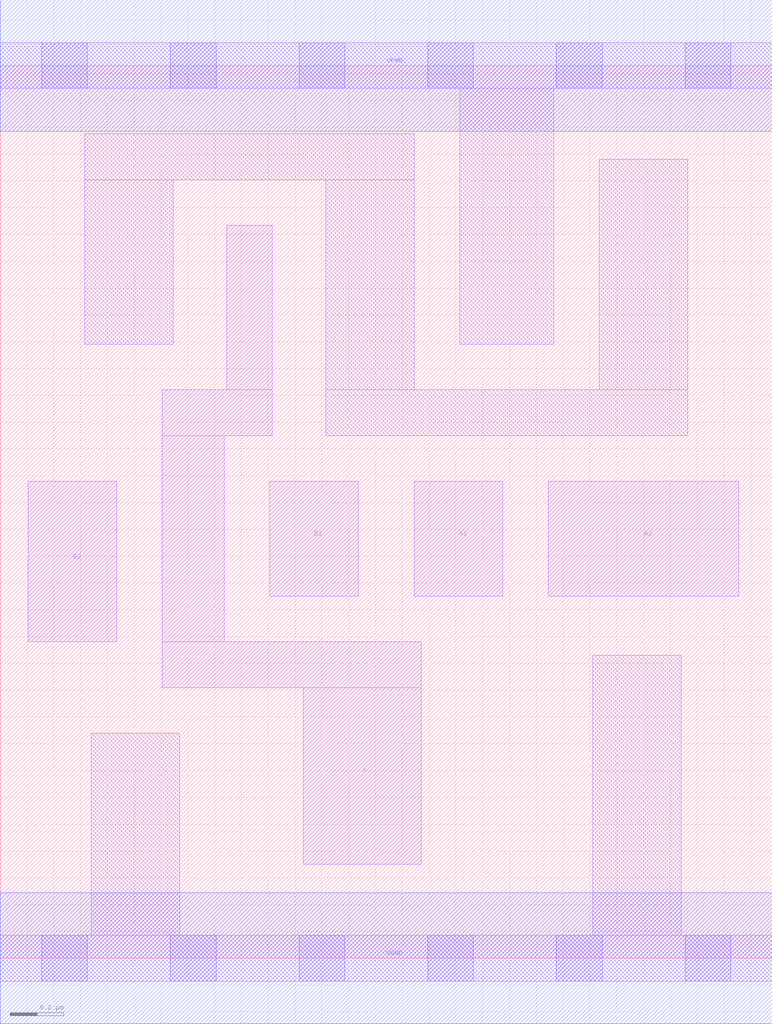
<source format=lef>
# Copyright 2020 The SkyWater PDK Authors
#
# Licensed under the Apache License, Version 2.0 (the "License");
# you may not use this file except in compliance with the License.
# You may obtain a copy of the License at
#
#     https://www.apache.org/licenses/LICENSE-2.0
#
# Unless required by applicable law or agreed to in writing, software
# distributed under the License is distributed on an "AS IS" BASIS,
# WITHOUT WARRANTIES OR CONDITIONS OF ANY KIND, either express or implied.
# See the License for the specific language governing permissions and
# limitations under the License.
#
# SPDX-License-Identifier: Apache-2.0

VERSION 5.7 ;
  NOWIREEXTENSIONATPIN ON ;
  DIVIDERCHAR "/" ;
  BUSBITCHARS "[]" ;
UNITS
  DATABASE MICRONS 200 ;
END UNITS
MACRO sky130_fd_sc_ms__a22oi_1
  CLASS CORE ;
  FOREIGN sky130_fd_sc_ms__a22oi_1 ;
  ORIGIN  0.000000  0.000000 ;
  SIZE  2.880000 BY  3.330000 ;
  SYMMETRY X Y ;
  SITE unit ;
  PIN A1
    ANTENNAGATEAREA  0.312600 ;
    DIRECTION INPUT ;
    USE SIGNAL ;
    PORT
      LAYER li1 ;
        RECT 1.545000 1.350000 1.875000 1.780000 ;
    END
  END A1
  PIN A2
    ANTENNAGATEAREA  0.312600 ;
    DIRECTION INPUT ;
    USE SIGNAL ;
    PORT
      LAYER li1 ;
        RECT 2.045000 1.350000 2.755000 1.780000 ;
    END
  END A2
  PIN B1
    ANTENNAGATEAREA  0.312600 ;
    DIRECTION INPUT ;
    USE SIGNAL ;
    PORT
      LAYER li1 ;
        RECT 1.005000 1.350000 1.335000 1.780000 ;
    END
  END B1
  PIN B2
    ANTENNAGATEAREA  0.312600 ;
    DIRECTION INPUT ;
    USE SIGNAL ;
    PORT
      LAYER li1 ;
        RECT 0.105000 1.180000 0.435000 1.780000 ;
    END
  END B2
  PIN Y
    ANTENNADIFFAREA  0.591000 ;
    DIRECTION OUTPUT ;
    USE SIGNAL ;
    PORT
      LAYER li1 ;
        RECT 0.605000 1.010000 1.570000 1.180000 ;
        RECT 0.605000 1.180000 0.835000 1.950000 ;
        RECT 0.605000 1.950000 1.015000 2.120000 ;
        RECT 0.845000 2.120000 1.015000 2.735000 ;
        RECT 1.130000 0.350000 1.570000 1.010000 ;
    END
  END Y
  PIN VGND
    DIRECTION INOUT ;
    USE GROUND ;
    PORT
      LAYER met1 ;
        RECT 0.000000 -0.245000 2.880000 0.245000 ;
    END
  END VGND
  PIN VPWR
    DIRECTION INOUT ;
    USE POWER ;
    PORT
      LAYER met1 ;
        RECT 0.000000 3.085000 2.880000 3.575000 ;
    END
  END VPWR
  OBS
    LAYER li1 ;
      RECT 0.000000 -0.085000 2.880000 0.085000 ;
      RECT 0.000000  3.245000 2.880000 3.415000 ;
      RECT 0.315000  2.290000 0.645000 2.905000 ;
      RECT 0.315000  2.905000 1.545000 3.075000 ;
      RECT 0.340000  0.085000 0.670000 0.840000 ;
      RECT 1.215000  1.950000 2.565000 2.120000 ;
      RECT 1.215000  2.120000 1.545000 2.905000 ;
      RECT 1.715000  2.290000 2.065000 3.245000 ;
      RECT 2.210000  0.085000 2.540000 1.130000 ;
      RECT 2.235000  2.120000 2.565000 2.980000 ;
    LAYER mcon ;
      RECT 0.155000 -0.085000 0.325000 0.085000 ;
      RECT 0.155000  3.245000 0.325000 3.415000 ;
      RECT 0.635000 -0.085000 0.805000 0.085000 ;
      RECT 0.635000  3.245000 0.805000 3.415000 ;
      RECT 1.115000 -0.085000 1.285000 0.085000 ;
      RECT 1.115000  3.245000 1.285000 3.415000 ;
      RECT 1.595000 -0.085000 1.765000 0.085000 ;
      RECT 1.595000  3.245000 1.765000 3.415000 ;
      RECT 2.075000 -0.085000 2.245000 0.085000 ;
      RECT 2.075000  3.245000 2.245000 3.415000 ;
      RECT 2.555000 -0.085000 2.725000 0.085000 ;
      RECT 2.555000  3.245000 2.725000 3.415000 ;
  END
END sky130_fd_sc_ms__a22oi_1
END LIBRARY

</source>
